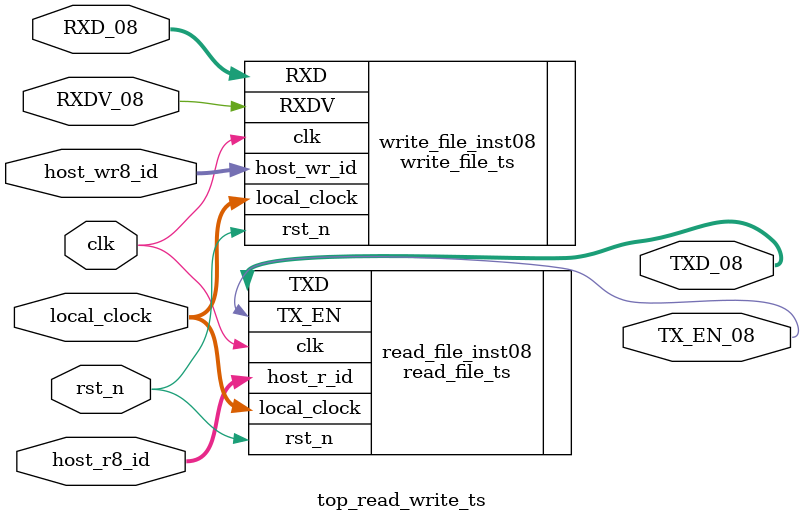
<source format=v>
module top_read_write_ts#(
    parameter PLATFORM = "MODELSIM"
)(
    input clk,
    input rst_n,

    input [31:0] local_clock,
    
    input [3:0] host_r8_id,

    input [3:0] host_wr8_id,
    
    input [7:0] RXD_08,
    input RXDV_08,


    output wire[7:0] TXD_08,
    output wire TX_EN_08

);
                                      //wire [7:0] r2b00,r2b01,r2b02,r2b03;
                                      // wire temp00,temp01,temp02,temp03;
 //***************************************************
//                  Module Instance
//***************************************************
 
     read_file_ts  read_file_inst08(
          
           .clk(clk),
           .rst_n(rst_n),
           .host_r_id(host_r8_id),
           .local_clock(local_clock),
           .TXD(TXD_08),
           .TX_EN(TX_EN_08)
      );

     ////////////////////////////
 
    write_file_ts write_file_inst08(
           .clk(clk),
           .rst_n(rst_n),
           .host_wr_id(host_wr8_id),
           .local_clock(local_clock),
           .RXD(RXD_08),
           .RXDV(RXDV_08)
      );      

endmodule
</source>
